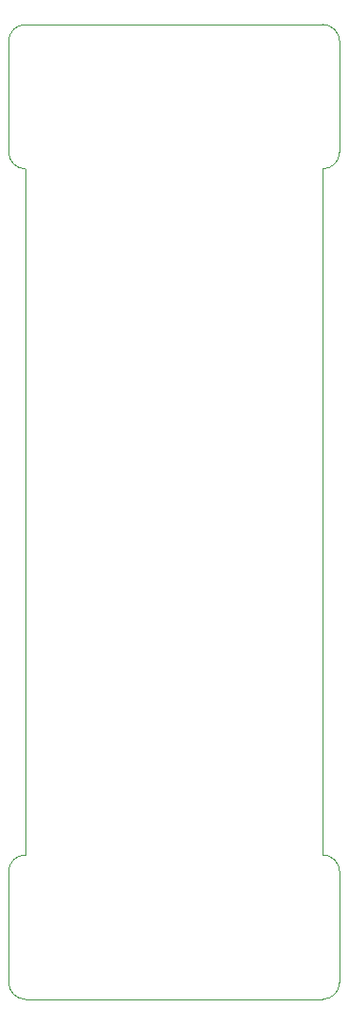
<source format=gbr>
G04 #@! TF.GenerationSoftware,KiCad,Pcbnew,5.1.5+dfsg1-2build2*
G04 #@! TF.CreationDate,2020-10-21T19:02:22+02:00*
G04 #@! TF.ProjectId,Pletacka-board,506c6574-6163-46b6-912d-626f6172642e,rev?*
G04 #@! TF.SameCoordinates,Original*
G04 #@! TF.FileFunction,Profile,NP*
%FSLAX46Y46*%
G04 Gerber Fmt 4.6, Leading zero omitted, Abs format (unit mm)*
G04 Created by KiCad (PCBNEW 5.1.5+dfsg1-2build2) date 2020-10-21 19:02:22*
%MOMM*%
%LPD*%
G04 APERTURE LIST*
G04 #@! TA.AperFunction,Profile*
%ADD10C,0.050000*%
G04 #@! TD*
G04 APERTURE END LIST*
D10*
X159766000Y-60960000D02*
X133096000Y-60960000D01*
X133096000Y-73914000D02*
G75*
G02X131572000Y-72390000I0J1524000D01*
G01*
X131572000Y-62484000D02*
G75*
G02X133096000Y-60960000I1524000J0D01*
G01*
X131572000Y-72390000D02*
X131572000Y-62484000D01*
X161290000Y-72390000D02*
G75*
G02X159766000Y-73914000I-1524000J0D01*
G01*
X161290000Y-72390000D02*
X161290000Y-62484000D01*
X159766000Y-60960000D02*
G75*
G02X161290000Y-62484000I0J-1524000D01*
G01*
X131572000Y-136906000D02*
G75*
G02X133096000Y-135382000I1524000J0D01*
G01*
X131572000Y-146812000D02*
X131572000Y-136906000D01*
X133096000Y-135382000D02*
X133096000Y-73914000D01*
X133096000Y-148336000D02*
G75*
G02X131572000Y-146812000I0J1524000D01*
G01*
X159766000Y-135382000D02*
X159766000Y-73914000D01*
X159766000Y-135382000D02*
G75*
G02X161290000Y-136906000I0J-1524000D01*
G01*
X161290000Y-146812000D02*
X161290000Y-136906000D01*
X161290000Y-146812000D02*
G75*
G02X159766000Y-148336000I-1524000J0D01*
G01*
X133096000Y-148336000D02*
X159766000Y-148336000D01*
M02*

</source>
